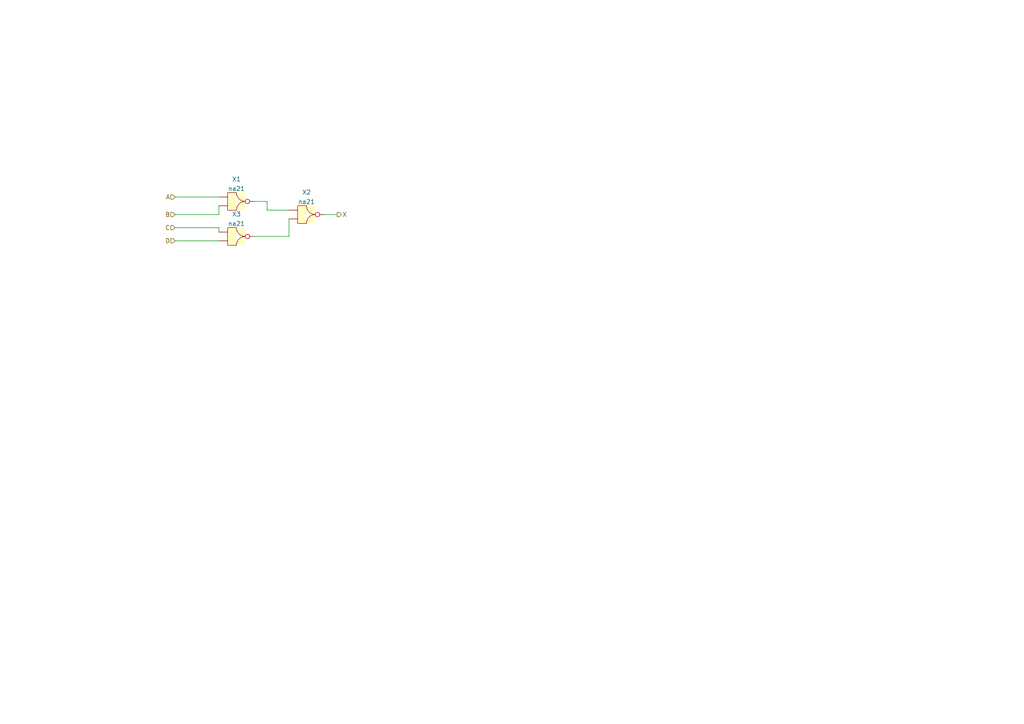
<source format=kicad_sch>
(kicad_sch (version 20211123) (generator eeschema)
  (paper "A4")
  (lib_symbols
    (symbol "OR1_SC:na21"
      (property "Reference" "X" (at -1.27 3.81 0))
      (property "Value" "na21" (at -1.27 -3.81 0))
      (symbol "na21_0_1"
        (polyline (pts (xy 0 2.54) (xy -2.54 2.54) (xy -2.54 -2.54) (xy 0 -2.54)) (stroke (width 0.1524)) (fill (type background)))
        (arc (start 0 2.54) (mid -1.7961 -1.7961) (end 2.54 0) (stroke (width 0.1524)) (fill (type background)))
        (arc (start 2.54 0) (mid -1.7961 1.7961) (end 0 -2.54) (stroke (width 0.1524)) (fill (type background)))
      )
      (symbol "na21_1_1"
        (pin input line (at -5.08 1.27 0) (length 2.54) (name "A") (number ""))
        (pin input line (at -5.08 -1.27 0) (length 2.54) (name "B") (number ""))
        (pin power_in line (at 0 2.54 0) (length 2.54) hide (name "VDD") (number ""))
        (pin power_in line (at 0 -2.54 0) (length 2.54) hide (name "VSS") (number ""))
        (pin output inverted (at 5.08 0 180) (length 2.54) (name "Z") (number ""))
      )
    )
  )
  (wire (pts (xy 50.8 57.15) (xy 63.5 57.15)))
  (wire (pts (xy 50.8 69.85) (xy 63.5 69.85)))
  (wire (pts (xy 63.5 66.04) (xy 63.5 67.31)))
  (wire (pts (xy 77.47 58.42) (xy 73.66 58.42)))
  (wire (pts (xy 73.66 68.58) (xy 83.82 68.58)))
  (wire (pts (xy 63.5 59.69) (xy 63.5 62.23)))
  (wire (pts (xy 77.47 60.96) (xy 77.47 58.42)))
  (wire (pts (xy 50.8 62.23) (xy 63.5 62.23)))
  (wire (pts (xy 83.82 63.5) (xy 83.82 68.58)))
  (wire (pts (xy 77.47 60.96) (xy 83.82 60.96)))
  (wire (pts (xy 50.8 66.04) (xy 63.5 66.04)))
  (wire (pts (xy 93.98 62.23) (xy 97.79 62.23)))
  (hierarchical_label "C" (shape input) (at 50.8 66.04 180))
  (hierarchical_label "B" (shape input) (at 50.8 62.23 180))
  (hierarchical_label "X" (shape output) (at 97.79 62.23 0))
  (hierarchical_label "A" (shape input) (at 50.8 57.15 180))
  (hierarchical_label "D" (shape input) (at 50.8 69.85 180))
  (symbol (lib_id "OR1_SC:na21") (at 88.9 62.23 0) (unit 1)
    (property "Reference" "X2" (at 88.9 55.7743 0))
    (property "Value" "na21" (at 88.9 58.5494 0))
  )
  (symbol (lib_id "OR1_SC:na21") (at 68.58 68.58 0) (unit 1)
    (property "Reference" "X3" (at 68.58 62.1243 0))
    (property "Value" "na21" (at 68.58 64.8994 0))
  )
  (symbol (lib_id "OR1_SC:na21") (at 68.58 58.42 0) (unit 1)
    (property "Reference" "X1" (at 68.58 51.9643 0))
    (property "Value" "na21" (at 68.58 54.7394 0))
  )
)
</source>
